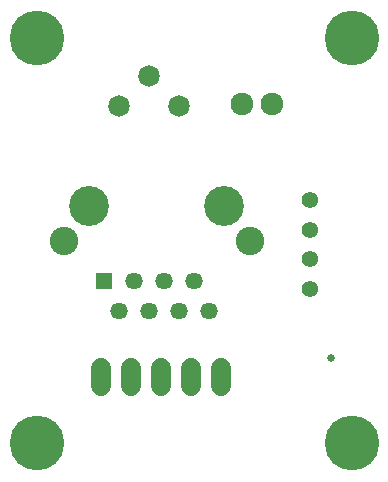
<source format=gbr>
G04 EAGLE Gerber RS-274X export*
G75*
%MOMM*%
%FSLAX34Y34*%
%LPD*%
%INSoldermask Bottom*%
%IPPOS*%
%AMOC8*
5,1,8,0,0,1.08239X$1,22.5*%
G01*
G04 Define Apertures*
%ADD10C,4.626991*%
%ADD11C,1.927000*%
%ADD12C,1.387000*%
%ADD13C,1.651000*%
%ADD14C,1.827000*%
%ADD15C,3.377000*%
%ADD16C,2.407000*%
%ADD17R,1.462000X1.462000*%
%ADD18C,1.462000*%
%ADD19C,0.652000*%
D10*
X44450Y387350D03*
X44450Y44450D03*
X311150Y44450D03*
X311150Y387350D03*
D11*
X243840Y331470D03*
X218440Y331470D03*
D12*
X275590Y250190D03*
X275590Y225190D03*
X275590Y200190D03*
X275590Y175190D03*
D13*
X200535Y107825D02*
X200535Y92585D01*
X175135Y92585D02*
X175135Y107825D01*
X149735Y107825D02*
X149735Y92585D01*
X124335Y92585D02*
X124335Y107825D01*
X98935Y107825D02*
X98935Y92585D01*
D14*
X165100Y330200D03*
X139700Y355600D03*
X114300Y330200D03*
D15*
X88900Y245110D03*
X203200Y245110D03*
D16*
X67300Y215610D03*
X224800Y215610D03*
D17*
X101600Y181610D03*
D18*
X114300Y156210D03*
X127000Y181610D03*
X139700Y156210D03*
X152400Y181610D03*
X165100Y156210D03*
X177800Y181610D03*
X190500Y156210D03*
D19*
X293370Y116840D03*
M02*

</source>
